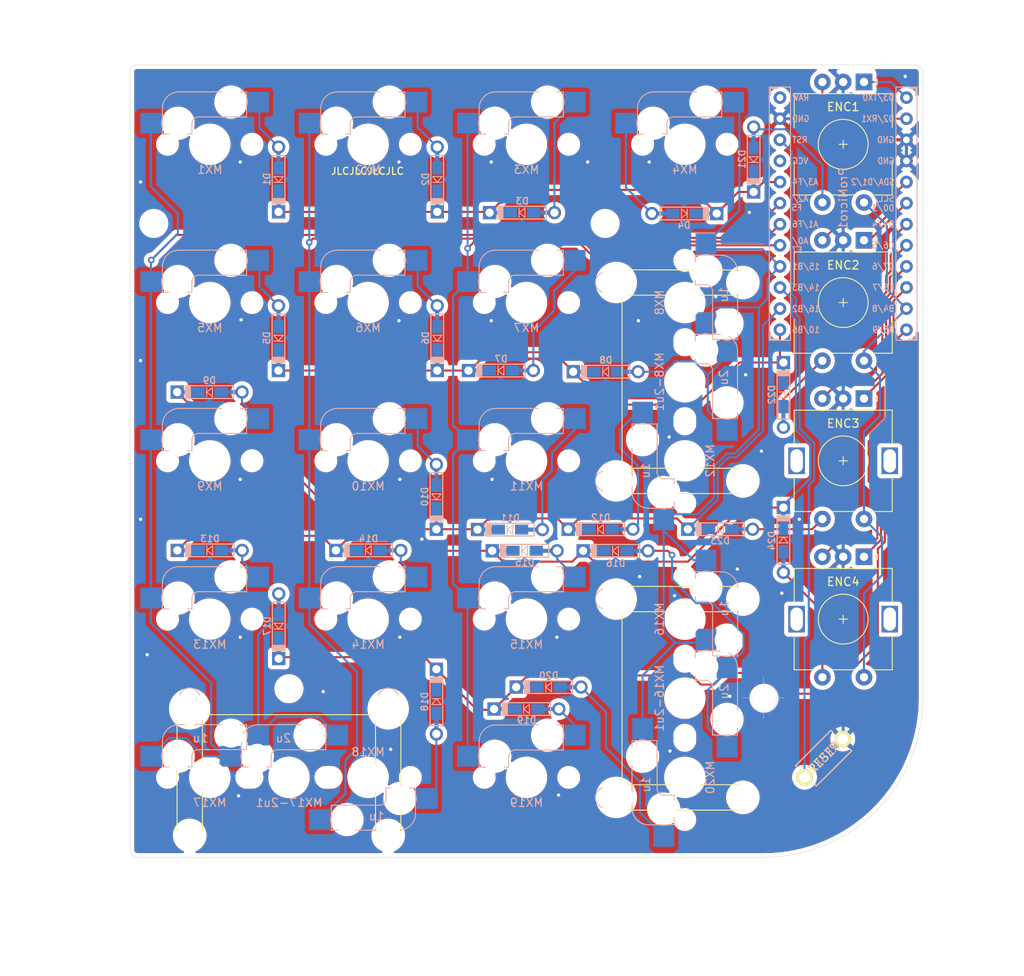
<source format=kicad_pcb>
(kicad_pcb (version 20210925) (generator pcbnew)
  (layers (0 "F.Cu" signal) (31 "B.Cu" signal) (34 "B.Paste" user) (35 "F.Paste" user) (36 "B.SilkS" user "B.Silkscreen") (37 "F.SilkS" user "F.Silkscreen") (38 "B.Mask" user) (39 "F.Mask" user) (44 "Edge.Cuts" user))
  (net 0 "")
  (net 1 "row1")
  (net 2 "Net-(D1-Pad2)")
  (net 3 "Net-(D2-Pad2)")
  (net 4 "Net-(D3-Pad2)")
  (net 5 "Net-(D4-Pad2)")
  (net 6 "row2")
  (net 7 "Net-(D5-Pad2)")
  (net 8 "Net-(D6-Pad2)")
  (net 9 "Net-(D7-Pad2)")
  (net 10 "Net-(D8-Pad2)")
  (net 11 "row3")
  (net 12 "Net-(D9-Pad2)")
  (net 13 "Net-(D10-Pad2)")
  (net 14 "Net-(D11-Pad2)")
  (net 15 "Net-(D12-Pad2)")
  (net 16 "row4")
  (net 17 "Net-(D13-Pad2)")
  (net 18 "Net-(D14-Pad2)")
  (net 19 "Net-(D15-Pad2)")
  (net 20 "Net-(D16-Pad2)")
  (net 21 "Net-(D17-Pad2)")
  (net 22 "Net-(D18-Pad2)")
  (net 23 "Net-(D19-Pad2)")
  (net 24 "Net-(D20-Pad2)")
  (net 25 "row0")
  (net 26 "Net-(D21-Pad2)")
  (net 27 "Net-(D22-Pad2)")
  (net 28 "Net-(D23-Pad2)")
  (net 29 "Net-(D24-Pad2)")
  (net 30 "enc1A")
  (net 31 "GND")
  (net 32 "enc1B")
  (net 33 "col0")
  (net 34 "enc2B")
  (net 35 "enc2A")
  (net 36 "col1")
  (net 37 "enc3B")
  (net 38 "enc3A")
  (net 39 "col2")
  (net 40 "enc4B")
  (net 41 "enc4A")
  (net 42 "col3")
  (net 43 "reset")
  (net 45 "vcc")
  (net 46 "col4")
  (footprint "Envoy:Diode-Hybrid-Back" (layer "F.Cu") (at 117.8635 69.3 -90)
    (fp_text reference "D1")
    (fp_text value "D_Small" hide)
  )
  (footprint "Envoy:Diode-Hybrid-Back" (layer "F.Cu") (at 136.951 69.3 -90)
    (fp_text reference "D2")
    (fp_text value "D_Small" hide)
  )
  (footprint "Envoy:Diode-Hybrid-Back" (layer "F.Cu") (at 147.151 73.3 180)
    (fp_text reference "D3")
    (fp_text value "D_Small" hide)
  )
  (footprint "Envoy:Diode-Hybrid-Back" (layer "F.Cu") (at 166.675 73.4)
    (fp_text reference "D4")
    (fp_text value "D_Small" hide)
  )
  (footprint "Envoy:Diode-Hybrid-Back" (layer "F.Cu") (at 117.851 88.4 -90)
    (fp_text reference "D5")
    (fp_text value "D_Small" hide)
  )
  (footprint "Envoy:Diode-Hybrid-Back" (layer "F.Cu") (at 136.951 88.4 -90)
    (fp_text reference "D6")
    (fp_text value "D_Small" hide)
  )
  (footprint "Envoy:Diode-Hybrid-Back" (layer "F.Cu") (at 144.6135 92.3 180)
    (fp_text reference "D7")
    (fp_text value "D_Small" hide)
  )
  (footprint "Envoy:Diode-Hybrid-Back" (layer "F.Cu") (at 157.2135 92.44375 180)
    (fp_text reference "D8")
    (fp_text value "D_Small" hide)
  )
  (footprint "Envoy:Diode-Hybrid-Back" (layer "F.Cu") (at 109.5635 94.89375 180)
    (fp_text reference "D9")
    (fp_text value "D_Small" hide)
  )
  (footprint "Envoy:Diode-Hybrid-Back" (layer "F.Cu") (at 136.851 107.5 -90)
    (fp_text reference "D10")
    (fp_text value "D_Small" hide)
  )
  (footprint "Envoy:Diode-Hybrid-Back" (layer "F.Cu") (at 145.7 111.44375 180)
    (fp_text reference "D11")
    (fp_text value "D_Small" hide)
  )
  (footprint "Envoy:Diode-Hybrid-Back" (layer "F.Cu") (at 156.6 111.4 180)
    (fp_text reference "D12")
    (fp_text value "D_Small" hide)
  )
  (footprint "Envoy:Diode-Hybrid-Back" (layer "F.Cu") (at 147.4635 113.99375 180)
    (fp_text reference "D15")
    (fp_text value "D_Small" hide)
  )
  (footprint "Envoy:Diode-Hybrid-Back" (layer "F.Cu") (at 117.881 123.07 -90)
    (fp_text reference "D17")
    (fp_text value "D_Small" hide)
  )
  (footprint "Envoy:Diode-Hybrid-Back" (layer "F.Cu") (at 136.851 132.15 90)
    (fp_text reference "D18")
    (fp_text value "D_Small" hide)
  )
  (footprint "Envoy:Diode-Hybrid-Back" (layer "F.Cu") (at 178.6 95.23125 90)
    (fp_text reference "D22")
    (fp_text value "D_Small" hide)
  )
  (footprint "Keebio_parts:RotaryEncoder_EC11" (layer "F.Cu") (at 185.7885 103.16875 -90)
    (fp_text reference "ENC3")
    (fp_text value "Rotary_Encoder_Switch")
  )
  (footprint "Envoy:MXOnly-1U-Hotswap" (layer "F.Cu") (at 109.5885 65.06875)
    (fp_text reference "MX1")
    (fp_text value "MX-NoLED")
  )
  (footprint "Envoy:MXOnly-1U-Hotswap" (layer "F.Cu") (at 128.6385 65.06875)
    (fp_text reference "MX2")
    (fp_text value "MX-NoLED")
  )
  (footprint "Envoy:MXOnly-1U-Hotswap" (layer "F.Cu") (at 147.6885 65.06875)
    (fp_text reference "MX3")
    (fp_text value "MX-NoLED")
  )
  (footprint "Envoy:MXOnly-1U-HotswapReversed" (layer "F.Cu") (at 166.7385 65.06875)
    (fp_text reference "MX4")
    (fp_text value "MX-NoLED")
  )
  (footprint "Envoy:MXOnly-1U-Hotswap" (layer "F.Cu") (at 109.5885 84.11875)
    (fp_text reference "MX5")
    (fp_text value "MX-NoLED")
  )
  (footprint "Envoy:MXOnly-1U-Hotswap" (layer "F.Cu") (at 147.6885 84.11875)
    (fp_text reference "MX7")
    (fp_text value "MX-NoLED")
  )
  (footprint "Envoy:MXOnly-1U-Hotswap-2KeyAlternativeLeft" (layer "F.Cu") (at 166.7385 84.11875 -90)
    (fp_text reference "MX8")
    (fp_text value "MX-NoLED")
  )
  (footprint "Envoy:MXOnly-1U-Hotswap" (layer "F.Cu") (at 109.5885 103.16875)
    (fp_text reference "MX9")
    (fp_text value "MX-NoLED")
  )
  (footprint "Envoy:MXOnly-1U-Hotswap" (layer "F.Cu") (at 128.6385 103.16875)
    (fp_text reference "MX10")
    (fp_text value "MX-NoLED")
  )
  (footprint "Envoy:MXOnly-1U-Hotswap" (layer "F.Cu") (at 147.6885 103.16875)
    (fp_text reference "MX11")
    (fp_text value "MX-NoLED")
  )
  (footprint "Envoy:MXOnly-1U-Hotswap-2KeyAlternativeLeft" (layer "F.Cu") (at 166.7385 103.16875 90)
    (fp_text reference "MX12")
    (fp_text value "MX-NoLED")
  )
  (footprint "Envoy:MXOnly-1U-Hotswap" (layer "F.Cu") (at 109.5885 122.21875)
    (fp_text reference "MX13")
    (fp_text value "MX-NoLED")
  )
  (footprint "Envoy:MXOnly-1U-Hotswap" (layer "F.Cu") (at 147.6885 122.21875)
    (fp_text reference "MX15")
    (fp_text value "MX-NoLED")
  )
  (footprint "Envoy:MXOnly-1U-Hotswap-2KeyAlternativeLeft" (layer "F.Cu") (at 166.7385 122.21875 -90)
    (fp_text reference "MX16")
    (fp_text value "MX-NoLED")
  )
  (footprint "Envoy:MXOnly-1U-Hotswap-2KeyAlternativeLeft" (layer "F.Cu") (at 109.5885 141.26875)
    (fp_text reference "MX17")
    (fp_text value "MX-NoLED")
  )
  (footprint "Envoy:MXOnly-1U-HotswapReversed-2KeyAlternativeLeft" (layer "F.Cu") (at 128.6385 141.26875 180)
    (fp_text reference "MX18")
    (fp_text value "MX-NoLED")
  )
  (footprint "Envoy:MXOnly-1U-HotswapReversed-2KeyAlternativeLeft" (layer "F.Cu") (at 166.7385 141.26875 90)
    (fp_text reference "MX20")
    (fp_text value "MX-NoLED")
  )
  (footprint "Envoy:MXOnly-1U-Hotswap" (layer "F.Cu") (at 147.6885 141.26875)
    (fp_text reference "MX19")
    (fp_text value "MX-NoLED")
  )
  (footprint "Envoy:MXOnly-2U-Hotswap-2KeyAlternative" (layer "F.Cu") (at 166.7385 131.74375 -90)
    (fp_text reference "MX16-2u1")
    (fp_text value "MX-NoLED")
  )
  (footprint "Envoy:MXOnly-2U-Hotswap-ReversedStabilizers-Alternative" (layer "F.Cu") (at 119.1135 141.26875)
    (fp_text reference "MX17-2u1")
    (fp_text value "MX-NoLED")
  )
  (footprint "Envoy:MXOnly-2U-Hotswap-2KeyAlternative" (layer "F.Cu") (at 166.7385 93.64375 -90)
    (fp_text reference "MX8-2u1")
    (fp_text value "MX-NoLED")
  )
  (footprint "Envoy:MXOnly-1U-Hotswap" (layer "F.Cu") (at 128.6385 84.11875)
    (fp_text reference "MX6")
    (fp_text value "MX-NoLED")
  )
  (footprint "Envoy:Diode-Hybrid-Back" (layer "F.Cu") (at 109.5885 113.94375 180)
    (fp_text reference "D13")
    (fp_text value "D_Small" hide)
  )
  (footprint "Envoy:MXOnly-1U-Hotswap" (layer "F.Cu") (at 128.6385 122.21875)
    (fp_text reference "MX14")
    (fp_text value "MX-NoLED")
  )
  (footprint "Envoy:Diode-Hybrid-Back" (layer "F.Cu") (at 178.6 112.7 90)
    (fp_text reference "D24")
    (fp_text value "D_Small" hide)
  )
  (footprint "Keebio_parts:RotaryEncoder_EC11" (layer "F.Cu") (at 185.7885 122.21875 -90)
    (fp_text reference "ENC4")
    (fp_text value "Rotary_Encoder_Switch")
  )
  (footprint "Envoy:Diode-Hybrid-Back" (layer "F.Cu") (at 175.0135 66.9 -90)
    (fp_text reference "D21")
    (fp_text value "D_Small" hide)
  )
  (footprint "Envoy:Diode-Hybrid-Back" (layer "F.Cu") (at 171 111.4 180)
    (fp_text reference "D23")
    (fp_text value "D_Small" hide)
  )
  (footprint "kbd:ResetSW" (layer "F.Cu") (at 183.439 138.951 45)
    (fp_text reference "RESET1" hide)
    (fp_text value "SW_PUSH")
  )
  (footprint "Envoy:Diode-Hybrid-Back" (layer "F.Cu") (at 128.6635 113.94375 180)
    (fp_text reference "D14")
    (fp_text value "D_Small" hide)
  )
  (footprint "Envoy:ProMicro_v3" (layer "F.Cu") (at 185.7885 73.927)
    (fp_text reference "ProMicro1")
    (fp_text value "ProMicro" hide)
  )
  (footprint "Keebio-Parts:RotaryEncoder_EC11-no-legs" (layer "F.Cu") (at 185.7885 65.06875 -90)
    (fp_text reference "ENC1")
    (fp_text value "Rotary_Encoder_Switch")
  )
  (footprint "MountingHole:MountingHole_2.5mm" (layer "F.Cu") (at 102.851 74.59375)
    (fp_text reference "H1" hide)
    (fp_text value "MountingHole")
  )
  (footprint "MountingHole:MountingHole_2.5mm" (layer "F.Cu") (at 157.15 74.59375)
    (fp_text reference "H2" hide)
    (fp_text value "MountingHole")
  )
  (footprint "MountingHole:MountingHole_2.5mm" (layer "F.Cu") (at 119.1135 130.6)
    (fp_text reference "H3" hide)
    (fp_text value "MountingHole")
  )
  (footprint "MountingHole:MountingHole_2.5mm" (layer "F.Cu") (at 176.2635 131.74375)
    (fp_text reference "H4" hide)
    (fp_text value "MountingHole")
  )
  (footprint "Envoy:Diode-Hybrid-Back" (layer "F.Cu") (at 150.351 130.4 180)
    (fp_text reference "D20")
    (fp_text value "D_Small" hide)
  )
  (footprint "Envoy:Diode-Hybrid-Back" (layer "F.Cu") (at 147.6885 133.04375 180)
    (fp_text reference "D19")
    (fp_text value "D_Small" hide)
  )
  (footprint "Envoy:Diode-Hybrid-Back" (layer "F.Cu") (at 158.4 114 180)
    (fp_text reference "D16")
    (fp_text value "D_Small" hide)
  )
  (footprint "Keebio-Parts:RotaryEncoder_EC11-no-legs" (layer "F.Cu") (at 185.7885 84.11875 -90)
    (fp_text reference "ENC2")
    (fp_text value "Rotary_Encoder_Switch")
  )
  (gr_line (start 195.377 56.401) (end 195.377 131.712) (layer "Edge.Cuts") (width 0.05))
  (gr_line (start 176.2 150.889) (end 100.889 150.889) (layer "Edge.Cuts") (width 0.05))
  (gr_line (start 100 150) (end 100 56.274) (layer "Edge.Cuts") (width 0.05))
  (gr_line (start 100.762 55.512) (end 194.488 55.512) (layer "Edge.Cuts") (width 0.05))
  (gr_arc (start 100.762 56.274) (end 100.762 55.512) (angle -90) (layer "Edge.Cuts") (width 0.05))
  (gr_arc (start 176.2 131.712) (end 176.2 150.889) (angle -90) (layer "Edge.Cuts") (width 0.05))
  (gr_arc (start 194.488 56.401) (end 195.377 56.401) (angle -90) (layer "Edge.Cuts") (width 0.05))
  (gr_arc (start 100.889 150) (end 100 150) (angle -90) (layer "Edge.Cuts") (width 0.05))
  (gr_text "1u" (at 171.4635 120.94375 90) (layer "B.SilkS") (effects (font (size 1 1)) (justify mirror)))
  (gr_text "D0/3" (at 191.9999 72.751) (layer "B.SilkS") (effects (font (size 0.75 0.67) (thickness 0.125)) (justify left mirror)))
  (gr_text "2u" (at 118.4635 136.54375) (layer "B.SilkS") (effects (font (size 1 1)) (justify mirror)))
  (gr_text "F5" (at 179.5221 72.7) (layer "B.SilkS") (effects (font (size 0.75 0.67) (thickness 0.125)) (justify right mirror)))
  (gr_text "1u" (at 162.0635 142.14375 90) (layer "B.SilkS") (effects (font (size 1 1)) (justify mirror)))
  (gr_text "1u" (at 162.0135 104.34375 90) (layer "B.SilkS") (effects (font (size 1 1)) (justify mirror)))
  (gr_text "1u" (at 129.6635 145.94375) (layer "B.SilkS") (effects (font (size 1 1)) (justify mirror)))
  (gr_text "2u" (at 171.4635 130.94375 90) (layer "B.SilkS") (effects (font (size 1 1)) (justify mirror)))
  (gr_text "2u" (at 171.4135 93.14375 90) (layer "B.SilkS") (effects (font (size 1 1)) (justify mirror)))
  (gr_text "1u" (at 108.4635 136.54375) (layer "B.SilkS") (effects (font (size 1 1)) (justify mirror)))
  (gr_text "1u" (at 171.4135 83.14375 90) (layer "B.SilkS") (effects (font (size 1 1)) (justify mirror)))
  (gr_text "F7" (at 179.5799 77.8) (layer "B.SilkS") (effects (font (size 0.75 0.67) (thickness 0.125)) (justify right mirror)))
  (gr_text "JLCJLCJLCJLC" (at 128.551 68.3) (layer "F.SilkS") (effects (font (size 0.85 0.85))))
  (target plus (at 176.2 131.712) (size 5) (width 0.05) (layer "Edge.Cuts"))
  (segment (start 168.251 96.4) (end 173.31975 91.33125) (width 0.25) (layer "F.Cu") (net 1))
  (segment (start 136.951 92.3) (end 140.7135 92.3) (width 0.25) (layer "F.Cu") (net 1))
  (segment (start 178.6 91.33125) (end 178.1799 90.91115) (width 0.25) (layer "F.Cu") (net 1))
  (segment (start 173.31975 91.33125) (end 178.6 91.33125) (width 0.25) (layer "F.Cu") (net 1))
  (segment (start 140.85725 92.3) (end 143.05725 90.1) (width 0.25) (layer "F.Cu") (net 1))
  (segment (start 117.851 92.3) (end 136.951 92.3) (width 0.25) (layer "F.Cu") (net 1))
  (segment (start 157.26975 96.4) (end 168.251 96.4) (width 0.25) (layer "F.Cu") (net 1))
  (segment (start 143.05725 90.1) (end 150.96975 90.1) (width 0.25) (layer "F.Cu") (net 1))
  (segment (start 153.3135 92.44375) (end 157.26975 96.4) (width 0.25) (layer "F.Cu") (net 1))
  (segment (start 178.1799 90.91115) (end 178.1799 87.389) (width 0.25) (layer "F.Cu") (net 1))
  (segment (start 140.7135 92.3) (end 140.85725 92.3) (width 0.25) (layer "F.Cu") (net 1))
  (segment (start 150.96975 90.1) (end 153.3135 92.44375) (width 0.25) (layer "F.Cu") (net 1))
  (segment (start 115.55225 59.98875) (end 115.55225 63.08875) (width 0.25) (layer "B.Cu") (net 2))
  (segment (start 115.55225 63.08875) (end 117.8635 65.4) (width 0.25) (layer "B.Cu") (net 2))
  (segment (start 134.60225 59.98875) (end 134.60225 63.05125) (width 0.25) (layer "B.Cu") (net 3))
  (segment (start 134.60225 63.05125) (end 136.951 65.4) (width 0.25) (layer "B.Cu") (net 3))
  (segment (start 153.5305 59.98875) (end 151.051 62.46825) (width 0.25) (layer "B.Cu") (net 4))
  (segment (start 151.051 62.46825) (end 151.051 73.3) (width 0.25) (layer "B.Cu") (net 4))
  (segment (start 159.651 70.21125) (end 159.651 70.276) (width 0.25) (layer "B.Cu") (net 5))
  (segment (start 159.6535 62.52875) (end 159.6535 70.20875) (width 0.25) (layer "B.Cu") (net 5))
  (segment (start 159.651 70.276) (end 162.775 73.4) (width 0.25) (layer "B.Cu") (net 5))
  (segment (start 159.6535 70.20875) (end 159.651 70.21125) (width 0.25) (layer "B.Cu") (net 5))
  (segment (start 151.4 110.1) (end 143.14375 110.1) (width 0.25) (layer "F.Cu") (net 6))
  (segment (start 152.7 111.4) (end 154 110.1) (width 0.25) (layer "F.Cu") (net 6))
  (segment (start 111.9635 101.19375) (end 116.24475 101.19375) (width 0.25) (layer "F.Cu") (net 6))
  (segment (start 143.14375 110.1) (end 141.8 111.44375) (width 0.25) (layer "F.Cu") (net 6))
  (segment (start 152.7 111.4) (end 151.4 110.1) (width 0.25) (layer "F.Cu") (net 6))
  (segment (start 165.8 110.1) (end 167.1 111.4) (width 0.25) (layer "F.Cu") (net 6))
  (segment (start 154 110.1) (end 165.8 110.1) (width 0.25) (layer "F.Cu") (net 6))
  (segment (start 141.8 111.44375) (end 141.75625 111.4) (width 0.25) (layer "F.Cu") (net 6))
  (segment (start 105.6635 94.89375) (end 111.9635 101.19375) (width 0.25) (layer "F.Cu") (net 6))
  (segment (start 126.451 111.4) (end 136.851 111.4) (width 0.25) (layer "F.Cu") (net 6))
  (segment (start 116.24475 101.19375) (end 126.451 111.4) (width 0.25) (layer "F.Cu") (net 6))
  (segment (start 141.75625 111.4) (end 136.851 111.4) (width 0.25) (layer "F.Cu") (net 6))
  (segment (start 170.7 107.8) (end 167.1 111.4) (width 0.25) (layer "B.Cu") (net 6))
  (segment (start 178.1799 84.849) (end 176.126489 86.902411) (width 0.25) (layer "B.Cu") (net 6))
  (segment (start 171.986198 102.74952) (end 170.7 104.035718) (width 0.25) (layer "B.Cu") (net 6))
  (segment (start 176.126489 86.902411) (end 176.126489 99.560228) (width 0.25) (layer "B.Cu") (net 6))
  (segment (start 172.937197 102.74952) (end 171.986198 102.74952) (width 0.25) (layer "B.Cu") (net 6))
  (segment (start 170.7 104.035718) (end 170.7 107.8) (width 0.25) (layer "B.Cu") (net 6))
  (segment (start 176.126489 99.560228) (end 172.937197 102.74952) (width 0.25) (layer "B.Cu") (net 6))
  (segment (start 115.55225 82.20125) (end 117.851 84.5) (width 0.25) (layer "B.Cu") (net 7))
  (segment (start 115.55225 79.03875) (end 115.55225 82.20125) (width 0.25) (layer "B.Cu") (net 7))
  (segment (start 134.60225 82.15125) (end 136.951 84.5) (width 0.25) (layer "B.Cu") (net 8))
  (segment (start 134.60225 79.03875) (end 134.60225 82.15125) (width 0.25) (layer "B.Cu") (net 8))
  (segment (start 151.0135 85.0865) (end 148.5135 87.5865) (width 0.25) (layer "B.Cu") (net 9))
  (segment (start 148.5135 87.5865) (end 148.5135 92.3) (width 0.25) (layer "B.Cu") (net 9))
  (segment (start 151.0135 82.7305) (end 151.0135 85.0865) (width 0.25) (layer "B.Cu") (net 9))
  (segment (start 153.5305 79.03875) (end 153.5305 80.2135) (width 0.25) (layer "B.Cu") (net 9))
  (segment (start 153.5305 80.2135) (end 151.0135 82.7305) (width 0.25) (layer "B.Cu") (net 9))
  (segment (start 164.3635 92.44375) (end 165.6135 91.19375) (width 0.25) (layer "B.Cu") (net 10))
  (segment (start 165.6135 91.19375) (end 167.8635 91.19375) (width 0.25) (layer "B.Cu") (net 10))
  (segment (start 169.501 92.83125) (end 169.501 97.16825) (width 0.25) (layer "B.Cu") (net 10))
  (segment (start 167.8635 91.19375) (end 169.501 92.83125) (width 0.25) (layer "B.Cu") (net 10))
  (segment (start 169.501 97.16825) (end 171.8185 99.48575) (width 0.25) (layer "B.Cu") (net 10))
  (segment (start 161.1135 92.44375) (end 164.3635 92.44375) (width 0.25) (layer "B.Cu") (net 10))
  (segment (start 171.8185 90.51375) (end 169.501 92.83125) (width 0.25) (layer "B.Cu") (net 10))
  (segment (start 171.8185 89.96075) (end 171.8185 90.51375) (width 0.25) (layer "B.Cu") (net 10))
  (segment (start 173.6 108.8) (end 178.6 108.8) (width 0.25) (layer "F.Cu") (net 11))
  (segment (start 124.7635 113.94375) (end 126.45725 112.25) (width 0.25) (layer "F.Cu") (net 11))
  (segment (start 154.5 114) (end 155.8 115.3) (width 0.25) (layer "F.Cu") (net 11))
  (segment (start 143.5635 113.99375) (end 144.86975 115.3) (width 0.25) (layer "F.Cu") (net 11))
  (segment (start 123.0135 112.19375) (end 124.7635 113.94375) (width 0.25) (layer "F.Cu") (net 11))
  (segment (start 153.2 115.3) (end 154.5 114) (width 0.25) (layer "F.Cu") (net 11))
  (segment (start 132.901 112.25) (end 134.64475 113.99375) (width 0.25) (layer "F.Cu") (net 11))
  (segment (start 134.64475 113.99375) (end 143.5635 113.99375) (width 0.25) (layer "F.Cu") (net 11))
  (segment (start 155.8 115.3) (end 167.1 115.3) (width 0.25) (layer "F.Cu") (net 11))
  (segment (start 126.45725 112.25) (end 132.901 112.25) (width 0.25) (layer "F.Cu") (net 11))
  (segment (start 167.1 115.3) (end 173.6 108.8) (width 0.25) (layer "F.Cu") (net 11))
  (segment (start 144.86975 115.3) (end 153.2 115.3) (width 0.25) (layer "F.Cu") (net 11))
  (segment (start 107.4385 112.19375) (end 123.0135 112.19375) (width 0.25) (layer "F.Cu") (net 11))
  (segment (start 105.6885 113.94375) (end 107.4385 112.19375) (width 0.25) (layer "F.Cu") (net 11))
  (segment (start 179.651 83.7801) (end 178.1799 82.309) (width 0.25) (layer "B.Cu") (net 11))
  (segment (start 178.6 108.8) (end 178.6 108.5) (width 0.25) (layer "B.Cu") (net 11))
  (segment (start 181.851 101.210719) (end 180.10052 99.460238) (width 0.25) (layer "B.Cu") (net 11))
  (segment (start 178.6 108.5) (end 181.851 105.249) (width 0.25) (layer "B.Cu") (net 11))
  (segment (start 179.651 85.751) (end 179.651 83.7801) (width 0.25) (layer "B.Cu") (net 11))
  (segment (start 181.851 105.249) (end 181.851 101.210719) (width 0.25) (layer "B.Cu") (net 11))
  (segment (start 180.10052 86.20052) (end 179.651 85.751) (width 0.25) (layer "B.Cu") (net 11))
  (segment (start 180.10052 99.460238) (end 180.10052 86.20052) (width 0.25) (layer "B.Cu") (net 11))
  (segment (start 113.4635 96.12175) (end 113.4635 94.89375) (width 0.25) (layer "B.Cu") (net 12))
  (segment (start 115.4305 98.08875) (end 113.4635 96.12175) (width 0.25) (layer "B.Cu") (net 12))
  (segment (start 134.60225 101.35125) (end 136.851 103.6) (width 0.25) (layer "B.Cu") (net 13))
  (segment (start 134.60225 98.08875) (end 134.60225 101.35125) (width 0.25) (layer "B.Cu") (net 13))
  (segment (start 150.751 102.17) (end 150.751 104.349) (width 0.25) (layer "B.Cu") (net 14))
  (segment (start 149.6 105.5) (end 149.6 111.44375) (width 0.25) (layer "B.Cu") (net 14))
  (segment (start 153.5305 98.08875) (end 153.5305 99.3905) (width 0.25) (layer "B.Cu") (net 14))
  (segment (start 153.5305 99.3905) (end 150.751 102.17) (width 0.25) (layer "B.Cu") (net 14))
  (segment (start 150.751 104.349) (end 149.6 105.5) (width 0.25) (layer "B.Cu") (net 14))
  (segment (start 161.1135 103.8075) (end 161.1135 110.7865) (width 0.25) (layer "B.Cu") (net 15))
  (segment (start 161.02425 97.32675) (end 158.951 99.4) (width 0.25) (layer "B.Cu") (net 15))
  (segment (start 161.1135 110.7865) (end 160.5 111.4) (width 0.25) (layer "B.Cu") (net 15))
  (segment (start 158.951 101.645) (end 161.1135 103.8075) (width 0.25) (layer "B.Cu") (net 15))
  (segment (start 158.951 99.4) (end 158.951 101.645) (width 0.25) (layer "B.Cu") (net 15))
  (segment (start 168.651 130.1) (end 170.251 130.1) (width 0.25) (layer "F.Cu") (net 16))
  (segment (start 136.851 128.25) (end 141.74475 133.14375) (width 0.25) (layer "F.Cu") (net 16))
  (segment (start 183.951 131.2) (end 189.951 125.2) (width 0.25) (layer "F.Cu") (net 16))
  (segment (start 141.74475 133.14375) (end 143.6885 133.14375) (width 0.25) (layer "F.Cu") (net 16))
  (segment (start 135.401 126.8) (end 136.851 128.25) (width 0.25) (layer "F.Cu") (net 16))
  (segment (start 118.051 126.8) (end 135.401 126.8) (width 0.25) (layer "F.Cu") (net 16))
  (segment (start 190.801 112.92) (end 190.801 106.3) (width 0.25) (layer "F.Cu") (net 16))
  (segment (start 171.651 128.7) (end 177.451 128.7) (width 0.25) (layer "F.Cu") (net 16))
  (segment (start 189.951 125.2) (end 189.951 113.77) (width 0.25) (layer "F.Cu") (net 16))
  (segment (start 167.551 129) (end 168.651 130.1) (width 0.25) (layer "F.Cu") (net 16))
  (segment (start 170.251 130.1) (end 171.651 128.7) (width 0.25) (layer "F.Cu") (net 16))
  (segment (start 189.951 113.77) (end 190.801 112.92) (width 0.25) (layer "F.Cu") (net 16))
  (segment (start 177.451 128.7) (end 179.951 131.2) (width 0.25) (layer "F.Cu") (net 16))
  (segment (start 189.751 101.2) (end 192.30052 98.650479) (width 0.25) (layer "F.Cu") (net 16))
  (segment (start 189.751 105.25) (end 189.751 101.2) (width 0.25) (layer "F.Cu") (net 16))
  (segment (start 143.6885 133.14375) (end 143.7885 133.04375) (width 0.25) (layer "F.Cu") (net 16))
  (segment (start 192.30052 88.48838) (end 193.3999 87.389) (width 0.25) (layer "F.Cu") (net 16))
  (segment (start 179.951 131.2) (end 183.951 131.2) (width 0.25) (layer "F.Cu") (net 16))
  (segment (start 143.7885 133.04375) (end 147.83225 129) (width 0.25) (layer "F.Cu") (net 16))
  (segment (start 147.83225 129) (end 167.551 129) (width 0.25) (layer "F.Cu") (net 16))
  (segment (start 117.881 126.97) (end 118.051 126.8) (width 0.25) (layer "F.Cu") (net 16))
  (segment (start 192.30052 98.650479) (end 192.30052 88.48838) (width 0.25) (layer "F.Cu") (net 16))
  (segment (start 190.801 106.3) (end 189.751 105.25) (width 0.25) (layer "F.Cu") (net 16))
  (segment (start 115.4305 117.13875) (end 113.4885 115.19675) (width 0.25) (layer "B.Cu") (net 17))
  (segment (start 113.4885 115.19675) (end 113.4885 113.94375) (width 0.25) (layer "B.Cu") (net 17))
  (segment (start 134.4805 117.13875) (end 132.5635 115.22175) (width 0.25) (layer "B.Cu") (net 18))
  (segment (start 132.5635 115.22175) (end 132.5635 113.94375) (width 0.25) (layer "B.Cu") (net 18))
  (segment (start 153.5305 117.13875) (end 151.3635 114.97175) (width 0.25) (layer "B.Cu") (net 19))
  (segment (start 151.3635 114.97175) (end 151.3635 113.99375) (width 0.25) (layer "B.Cu") (net 19))
  (segment (start 165.2 114.5) (end 164.7 114) (width 0.25) (layer "F.Cu") (net 20))
  (segment (start 164.7 114) (end 162.3 114) (width 0.25) (layer "F.Cu") (net 20))
  (via (at 165.2 114.5) (size 0.8) (drill 0.4) (layers "F.Cu" "B.Cu") (net 20))
  (segment (start 170.1 120.3) (end 173.8 124) (width 0.25) (layer "B.Cu") (net 20))
  (segment (start 168.1 120.3) (end 170.1 120.3) (width 0.25) (layer "B.Cu") (net 20))
  (segment (start 173.8 126.07925) (end 171.8185 128.06075) (width 0.25) (layer "B.Cu") (net 20))
  (segment (start 165.2 114.5) (end 165.2 117.4) (width 0.25) (layer "B.Cu") (net 20))
  (segment (start 169.4885 135.25575) (end 169.4885 130.7625) (width 0.25) (layer "B.Cu") (net 20))
  (segment (start 169.4885 130.7625) (end 171.8185 128.4325) (width 0.25) (layer "B.Cu") (net 20))
  (segment (start 171.8185 128.4325) (end 171.8185 128.06075) (width 0.25) (layer "B.Cu") (net 20))
  (segment (start 171.8185 137.58575) (end 169.4885 135.25575) (width 0.25) (layer "B.Cu") (net 20))
  (segment (start 173.8 124) (end 173.8 126.07925) (width 0.25) (layer "B.Cu") (net 20))
  (segment (start 165.2 117.4) (end 168.1 120.3) (width 0.25) (layer "B.Cu") (net 20))
  (segment (start 117.781 121.67) (end 117.881 121.67) (width 0.25) (layer "B.Cu") (net 21))
  (segment (start 115.4305 136.18875) (end 115.4305 124.0205) (width 0.25) (layer "B.Cu") (net 21))
  (segment (start 122.76675 134) (end 124.9555 136.18875) (width 0.25) (layer "B.Cu") (net 21))
  (segment (start 117.61925 134) (end 122.76675 134) (width 0.25) (layer "B.Cu") (net 21))
  (segment (start 115.4305 136.18875) (end 117.61925 134) (width 0.25) (layer "B.Cu") (net 21))
  (segment (start 115.4305 124.0205) (end 117.781 121.67) (width 0.25) (layer "B.Cu") (net 21))
  (segment (start 136.851 142.68125) (end 136.851 136.05) (width 0.25) (layer "B.Cu") (net 22))
  (segment (start 135.7235 143.80875) (end 136.851 142.68125) (width 0.25) (layer "B.Cu") (net 22))
  (segment (start 153.5305 134.98575) (end 151.5885 133.04375) (width 0.25) (layer "B.Cu") (net 23))
  (segment (start 153.5305 136.18875) (end 153.5305 134.98575) (width 0.25) (layer "B.Cu") (net 23))
  (segment (start 161.341 141.79) (end 157.251 137.7) (width 0.25) (layer "B.Cu") (net 24))
  (segment (start 157.251 133.4) (end 154.251 130.4) (width 0.25) (layer "B.Cu") (net 24))
  (segment (start 157.251 137.7) (end 157.251 133.4) (width 0.25) (layer "B.Cu") (net 24))
  (segment (start 164.1985 148.35375) (end 161.341 145.49625) (width 0.25) (layer "B.Cu") (net 24))
  (segment (start 161.341 145.49625) (end 161.341 141.79) (width 0.25) (layer "B.Cu") (net 24))
  (segment (start 175.0135 70.8) (end 176.2045 69.609) (width 0.25) (layer "F.Cu") (net 25))
  (segment (start 136.951 73.2) (end 143.351 73.2) (width 0.25) (layer "F.Cu") (net 25))
  (segment (start 167.73125 70.55625) (end 170.575 73.4) (width 0.25) (layer "F.Cu") (net 25))
  (segment (start 176.2045 69.609) (end 178.1799 69.609) (width 0.25) (layer "F.Cu") (net 25))
  (segment (start 173.175 70.8) (end 175.0135 70.8) (width 0.25) (layer "F.Cu") (net 25))
  (segment (start 170.575 73.4) (end 173.175 70.8) (width 0.25) (layer "F.Cu") (net 25))
  (segment (start 117.8635 73.2) (end 136.951 73.2) (width 0.25) (layer "F.Cu") (net 25))
  (segment (start 145.99475 70.55625) (end 167.73125 70.55625) (width 0.25) (layer "F.Cu") (net 25))
  (segment (start 143.351 73.2) (end 145.99475 70.55625) (width 0.25) (layer "F.Cu") (net 25))
  (segment (start 178.994 63.259) (end 175.401 63.259) (width 0.25) (layer "B.Cu") (net 26))
  (segment (start 183.2885 67.5535) (end 178.994 63.259) (width 0.25) (layer "B.Cu") (net 26))
  (segment (start 183.2885 72.06875) (end 183.2885 67.5535) (width 0.25) (layer "B.Cu") (net 26))
  (segment (start 183.23225 91.11875) (end 178.6 95.751) (width 0.25) (layer "F.Cu") (net 27))
  (segment (start 178.6 95.751) (end 178.6 98.93125) (width 0.25) (layer "F.Cu") (net 27))
  (segment (start 178.6 98.93125) (end 178.4 99.13125) (width 0.25) (layer "F.Cu") (net 27))
  (segment (start 174.9 111.4) (end 182.05725 111.4) (width 0.25) (layer "F.Cu") (net 28))
  (segment (start 182.05725 111.4) (end 183.2885 110.16875) (width 0.25) (layer "F.Cu") (net 28))
  (segment (start 183.2885 129.21875) (end 183.2885 121.2885) (width 0.25) (layer "F.Cu") (net 29))
  (segment (start 183.2885 121.2885) (end 178.6 116.6) (width 0.25) (layer "F.Cu") (net 29))
  (segment (start 191.51965 57.56875) (end 193.3999 59.449) (width 0.25) (layer "B.Cu") (net 30))
  (segment (start 188.2885 57.56875) (end 191.51965 57.56875) (width 0.25) (layer "B.Cu") (net 30))
  (segment (start 178.1799 61.989) (end 180.7199 64.529) (width 0.38) (layer "F.Cu") (net 31))
  (segment (start 180.7199 64.529) (end 193.3999 64.529) (width 0.38) (layer "F.Cu") (net 31))
  (via (at 113.051 143.5) (size 0.8) (drill 0.4) (layers "F.Cu" "B.Cu") (net 31))
  (via (at 101.251 110.2) (size 0.8) (drill 0.4) (layers "F.Cu" "B.Cu") (net 31))
  (via (at 161.3 117.1) (size 0.8) (drill 0.4) (layers "F.Cu" "B.Cu") (net 31))
  (via (at 164.951 138.1) (size 0.8) (drill 0.4) (layers "F.Cu" "B.Cu") (net 31))
  (via (at 161.151 86.3) (size 0.8) (drill 0.4) (layers "F.Cu" "B.Cu") (net 31))
  (via (at 170.451 83.4) (size 0.8) (drill 0.4) (layers "F.Cu" "B.Cu") (net 31))
  (via (at 113.251 124.4) (size 0.8) (drill 0.4) (layers "F.Cu" "B.Cu") (net 31))
  (via (at 143.551 105.4) (size 0.8) (drill 0.4) (layers "F.Cu" "B.Cu") (net 31))
  (via (at 162.451 67.2) (size 0.8) (drill 0.4) (layers "F.Cu" "B.Cu") (net 31))
  (via (at 123.241 130.95) (size 0.8) (drill 0.4) (layers "F.Cu" "B.Cu") (net 31))
  (via (at 113.351 86.2) (size 0.8) (drill 0.4) (layers "F.Cu" "B.Cu") (net 31))
  (via (at 165.5 119.4) (size 0.8) (drill 0.4) (layers "F.Cu" "B.Cu") (net 31))
  (via (at 131.351 137.9) (size 0.8) (drill 0.4) (layers "F.Cu" "B.Cu") (net 31))
  (via (at 155.051 67.2) (size 0.8) (drill 0.4) (layers "F.Cu" "B.Cu") (net 31))
  (via (at 113.251 67.2) (size 0.8) (drill 0.4) (layers "F.Cu" "B.Cu") (net 31))
  (via (at 143.451 67.2) (size 0.8) (drill 0.4) (layers "F.Cu" "B.Cu") (net 31))
  (via (at 174.051 92.8) (size 0.8) (drill 0.4) (layers "F.Cu" "B.Cu") (net 31))
  (via (at 143.451 86.3) (size 0.8) (drill 0.4) (layers "F.Cu" "B.Cu") (net 31))
  (via (at 193.251 56.9) (size 0.8) (drill 0.4) (layers "F.Cu" "B.Cu") (net 31))
  (via (at 172.151 131.5) (size 0.8) (drill 0.4) (layers "F.Cu" "B.Cu") (net 31))
  (via (at 151.351 124.4) (size 0.8) (drill 0.4) (layers "F.Cu" "B.Cu") (net 31))
  (via (at 132.351 67.2) (size 0.8) (drill 0.4) (layers "F.Cu" "B.Cu") (net 31))
  (via (at 173.051 116.2) (size 0.8) (drill 0.4) (layers "F.Cu" "B.Cu") (net 31))
  (via (at 101.251 91.1) (size 0.8) (drill 0.4) (layers "F.Cu" "B.Cu") (net 31))
  (via (at 101.251 69.6) (size 0.8) (drill 0.4) (layers "F.Cu" "B.Cu") (net 31))
  (via (at 132.451 105.4) (size 0.8) (drill 0.4) (layers "F.Cu" "B.Cu") (net 31))
  (via (at 151.551 143.4) (size 0.8) (drill 0.4) (layers "F.Cu" "B.Cu") (net 31))
  (via (at 180.5 110.2) (size 0.8) (drill 0.4) (layers "F.Cu" "B.Cu") (net 31))
  (via (at 164.851 100.3) (size 0.8) (drill 0.4) (layers "F.Cu" "B.Cu") (net 31))
  (via (at 102.051 126.5) (size 0.8) (drill 0.4) (layers "F.Cu" "B.Cu") (net 31))
  (via (at 174.5 73.274) (size 0.8) (drill 0.4) (layers "F.Cu" "B.Cu") (net 31))
  (via (at 113.251 105.4) (size 0.8) (drill 0.4) (layers "F.Cu" "B.Cu") (net 31))
  (via (at 175.951 102) (size 0.8) (drill 0.4) (layers "F.Cu" "B.Cu") (net 31))
  (via (at 132.351 86.3) (size 0.8) (drill 0.4) (layers "F.Cu" "B.Cu") (net 31))
  (via (at 135.1 112.6) (size 0.8) (drill 0.4) (layers "F.Cu" "B.Cu") (net 31))
  (via (at 178.4 119.1) (size 0.8) (drill 0.4) (layers "F.Cu" "B.Cu") (net 31))
  (via (at 132.451 124.4) (size 0.8) (drill 0.4) (layers "F.Cu" "B.Cu") (net 31))
  (segment (start 185.7885 114.71875) (end 185.7885 136.6015) (width 0.38) (layer "B.Cu") (net 31))
  (segment (start 182.862 61.989) (end 185.7885 59.0625) (width 0.38) (layer "B.Cu") (net 31))
  (segment (start 193.3999 67.069) (end 193.3999 64.529) (width 0.38) (layer "B.Cu") (net 31))
  (segment (start 185.7885 95.66875) (end 185.7885 114.71875) (width 0.38) (layer "B.Cu") (net 31))
  (segment (start 178.1799 61.989) (end 182.862 61.989) (width 0.38) (layer "B.Cu") (net 31))
  (segment (start 185.7885 95.66875) (end 185.7885 57.56875) (width 0.38) (layer "B.Cu") (net 31))
  (segment (start 183.2885 59.1715) (end 186.106 61.989) (width 0.25) (layer "F.Cu") (net 32))
  (segment (start 186.106 61.989) (end 193.3999 61.989) (width 0.25) (layer "F.Cu") (net 32))
  (segment (start 183.2885 57.56875) (end 183.2885 59.1715) (width 0.25) (layer "F.Cu") (net 32))
  (segment (start 159.644041 76.32996) (end 173.99894 76.32996) (width 0.25) (layer "F.Cu") (net 33))
  (segment (start 154.367611 75.97496) (end 155.866651 77.474) (width 0.25) (layer "F.Cu") (net 33))
  (segment (start 102.551 79) (end 105.57604 75.97496) (width 0.25) (layer "F.Cu") (net 33))
  (segment (start 173.99894 76.32996) (end 178.1799 72.149) (width 0.25) (layer "F.Cu") (net 33))
  (segment (start 158.5 77.474) (end 159.644041 76.32996) (width 0.25) (layer "F.Cu") (net 33))
  (segment (start 155.866651 77.474) (end 158.5 77.474) (width 0.25) (layer "F.Cu") (net 33))
  (segment (start 105.57604 75.97496) (end 154.367611 75.97496) (width 0.25) (layer "F.Cu") (net 33))
  (via (at 102.551 79) (size 0.8) (drill 0.4) (layers "F.Cu" "B.Cu") (net 33))
  (segment (start 102.5035 119.67875) (end 102.5035 122.6525) (width 0.25) (layer "B.Cu") (net 33))
  (segment (start 105.751 73.4) (end 105.751 75.8) (width 0.25) (layer "B.Cu") (net 33))
  (segment (start 102.5035 100.62875) (end 102.5035 119.67875) (width 0.25) (layer "B.Cu") (net 33))
  (segment (start 105.751 75.8) (end 102.551 79) (width 0.25) (layer "B.Cu") (net 33))
  (segment (start 109.751 129.9) (end 109.751 137.2) (width 0.25) (layer "B.Cu") (net 33))
  (segment (start 102.551 79) (end 102.5035 79.0475) (width 0.25) (layer "B.Cu") (net 33))
  (segment (start 102.5035 62.52875) (end 102.5035 70.1525) (width 0.25) (layer "B.Cu") (net 33))
  (segment (start 108.92975 138.72875) (end 112.0285 138.72875) (width 0.25) (layer "B.Cu") (net 33))
  (segment (start 106.739 136.538) (end 104.69425 136.538) (width 0.25) (layer "B.Cu") (net 33))
  (segment (start 108.92975 138.72875) (end 106.739 136.538) (width 0.25) (layer "B.Cu") (net 33))
  (segment (start 109.751 137.2) (end 111.27975 138.72875) (width 0.25) (layer "B.Cu") (net 33))
  (segment (start 104.69425 136.538) (end 102.5035 138.72875) (width 0.25) (layer "B.Cu") (net 33))
  (segment (start 102.5035 122.6525) (end 109.751 129.9) (width 0.25) (layer "B.Cu") (net 33))
  (segment (start 102.5035 79.0475) (end 102.5035 100.62875) (width 0.25) (layer "B.Cu") (net 33))
  (segment (start 102.5035 70.1525) (end 105.751 73.4) (width 0.25) (layer "B.Cu") (net 33))
  (segment (start 185.00725 74.9) (end 185.101 74.9) (width 0.25) (layer "F.Cu") (net 34))
  (segment (start 185.101 74.9) (end 189.832 74.9) (width 0.25) (layer "F.Cu") (net 34))
  (segment (start 191.951 71.0579) (end 193.3999 69.609) (width 0.25) (layer "F.Cu") (net 34))
  (segment (start 191.951 72.781) (end 191.951 71.0579) (width 0.25) (layer "F.Cu") (net 34))
  (segment (start 183.2885 76.61875) (end 185.00725 74.9) (width 0.25) (layer "F.Cu") (net 34))
  (segment (start 189.832 74.9) (end 191.951 72.781) (width 0.25) (layer "F.Cu") (net 34))
  (segment (start 188.93015 76.61875) (end 193.3999 72.149) (width 0.25) (layer "F.Cu") (net 35))
  (segment (start 158.686198 77.92352) (end 159.830238 76.77948) (width 0.25) (layer "F.Cu") (net 36))
  (segment (start 154.181413 76.42448) (end 155.680453 77.92352) (width 0.25) (layer "F.Cu") (net 36))
  (segment (start 176.08942 76.77948) (end 178.1799 74.689) (width 0.25) (layer "F.Cu") (net 36))
  (segment (start 155.680453 77.92352) (end 158.686198 77.92352) (width 0.25) (layer "F.Cu") (net 36))
  (segment (start 122.00052 76.42448) (end 154.181413 76.42448) (width 0.25) (layer "F.Cu") (net 36))
  (segment (start 159.830238 76.77948) (end 176.08942 76.77948) (width 0.25) (layer "F.Cu") (net 36))
  (segment (start 121.551 76.874) (end 122.00052 76.42448) (width 0.25) (layer "F.Cu") (net 36))
  (via (at 121.551 76.874) (size 0.8) (drill 0.4) (layers "F.Cu" "B.Cu") (net 36))
  (segment (start 122.7965 146.34875) (end 125.908 143.23725) (width 0.25) (layer "B.Cu") (net 36))
  (segment (start 127.305 128.554) (end 121.5535 122.8025) (width 0.25) (layer "B.Cu") (net 36))
  (segment (start 121.5535 119.67875) (end 121.5535 100.62875) (width 0.25) (layer "B.Cu") (net 36))
  (segment (start 121.5535 62.52875) (end 121.5535 81.57875) (width 0.25) (layer "B.Cu") (net 36))
  (segment (start 121.5535 122.8025) (end 121.5535 119.67875) (width 0.25) (layer "B.Cu") (net 36))
  (segment (start 125.908 143.23725) (end 125.908 139.205) (width 0.25) (layer "B.Cu") (net 36))
  (segment (start 127.305 137.808) (end 127.305 128.554) (width 0.25) (layer "B.Cu") (net 36))
  (segment (start 121.5535 100.62875) (end 121.5535 81.57875) (width 0.25) (layer "B.Cu") (net 36))
  (segment (start 125.908 139.205) (end 127.305 137.808) (width 0.25) (layer "B.Cu") (net 36))
  (segment (start 190.951 82.9) (end 190.951 80.9) (width 0.25) (layer "F.Cu") (net 37))
  (segment (start 191.97167 77.87933) (end 191.97167 76.11723) (width 0.25) (layer "F.Cu") (net 37))
  (segment (start 191.97167 76.11723) (end 193.3999 74.689) (width 0.25) (layer "F.Cu") (net 37))
  (segment (start 185.15725 93.8) (end 189.351 93.8) (width 0.25) (layer "F.Cu") (net 37))
  (segment (start 190.50247 83.34853) (end 190.951 82.9) (width 0.25) (layer "F.Cu") (net 37))
  (segment (start 190.951 80.9) (end 191.501 80.35) (width 0.25) (layer "F.Cu") (net 37))
  (segment (start 191.501 78.35) (end 191.97167 77.87933) (width 0.25) (layer "F.Cu") (net 37))
  (segment (start 190.502467 92.648533) (end 190.50247 83.34853) (width 0.25) (layer "F.Cu") (net 37))
  (segment (start 183.2885 95.66875) (end 185.15725 93.8) (width 0.25) (layer "F.Cu") (net 37))
  (segment (start 189.351 93.8) (end 190.502467 92.648533) (width 0.25) (layer "F.Cu") (net 37))
  (segment (start 191.501 80.35) (end 191.501 78.35) (width 0.25) (layer "F.Cu") (net 37))
  (segment (start 191.400511 81.086193) (end 191.95051 80.536194) (width 0.25) (layer "F.Cu") (net 38))
  (segment (start 190.95198 92.89902) (end 190.95198 83.534724) (width 0.25) (layer "F.Cu") (net 38))
  (segment (start 191.95051 78.67839) (end 193.3999 77.229) (width 0.25) (layer "F.Cu") (net 38))
  (segment (start 188.2885 95.5625) (end 190.95198 92.89902) (width 0.25) (layer "F.Cu") (net 38))
  (segment (start 191.95051 80.536194) (end 191.95051 78.67839) (width 0.25) (layer "F.Cu") (net 38))
  (segment (start 191.400511 83.086193) (end 191.400511 81.086193) (width 0.25) (layer "F.Cu") (net 38))
  (segment (start 190.95198 83.534724) (end 191.400511 83.086193) (width 0.25) (layer "F.Cu") (net 38))
  (segment (start 140.6035 77.6) (end 141.3295 76.874) (width 0.25) (layer "F.Cu") (net 39))
  (segment (start 155.494256 78.37304) (end 158.872396 78.37304) (width 0.25) (layer "F.Cu") (net 39))
  (segment (start 160.016436 77.229) (end 178.1799 77.229) (width 0.25) (layer "F.Cu") (net 39))
  (segment (start 158.872396 78.37304) (end 160.016436 77.229) (width 0.25) (layer "F.Cu") (net 39))
  (segment (start 141.3295 76.874) (end 153.995216 76.874) (width 0.25) (layer "F.Cu") (net 39))
  (segment (start 153.995216 76.874) (end 155.494256 78.37304) (width 0.25) (layer "F.Cu") (net 39))
  (via (at 140.6035 77.6) (size 0.8) (drill 0.4) (layers "F.Cu" "B.Cu") (net 39))
  (segment (start 140.6035 62.52875) (end 140.6035 77.6) (width 0.25) (layer "B.Cu") (net 39))
  (segment (start 140.6035 119.67875) (end 138.8635 117.93875) (width 0.25) (layer "B.Cu") (net 39))
  (segment (start 138.8635 98.88875) (end 140.6035 100.62875) (width 0.25) (layer "B.Cu") (net 39))
  (segment (start 138.8635 83.31875) (end 138.8635 98.88875) (width 0.25) (layer "B.Cu") (net 39))
  (segment (start 138.8635 117.93875) (end 138.8635 102.36875) (width 0.25) (layer "B.Cu") (net 39))
  (segment (start 140.6035 81.57875) (end 140.6035 77.6) (width 0.25) (layer "B.Cu") (net 39))
  (segment (start 140.6035 138.72875) (end 140.6035 119.67875) (width 0.25) (layer "B.Cu") (net 39))
  (segment (start 138.8635 102.36875) (end 140.6035 100.62875) (width 0.25) (layer "B.Cu") (net 39))
  (segment (start 140.6035 81.57875) (end 138.8635 83.31875) (width 0.25) (layer "B.Cu") (net 39))
  (segment (start 183.2885 114.71875) (end 185.00725 113) (width 0.25) (layer "F.Cu") (net 40))
  (segment (start 189.371532 113) (end 189.90196 112.469572) (width 0.25) (layer "F.Cu") (net 40))
  (segment (start 191.40149 83.720918) (end 191.851 83.271408) (width 0.25) (layer "F.Cu") (net 40))
  (segment (start 189.90196 112.469572) (end 189.90196 106.672396) (width 0.25) (layer "F.Cu") (net 40))
  (segment (start 189.90196 106.672396) (end 188.85196 105.622396) (width 0.25) (layer "F.Cu") (net 40))
  (segment (start 191.851 83.271408) (end 191.851 81.3179) (width 0.25) (layer "F.Cu") (net 40))
  (segment (start 188.85196 100.827604) (end 191.40149 98.278074) (width 0.25) (layer "F.Cu") (net 40))
  (segment (start 191.40149 98.278074) (end 191.40149 83.720918) (width 0.25) (layer "F.Cu") (net 40))
  (segment (start 188.85196 105.622396) (end 188.85196 100.827604) (width 0.25) (layer "F.Cu") (net 40))
  (segment (start 191.851 81.3179) (end 193.3999 79.769) (width 0.25) (layer "F.Cu") (net 40))
  (segment (start 185.00725 113) (end 189.371532 113) (width 0.25) (layer "F.Cu") (net 40))
  (segment (start 190.35148 112.65577) (end 190.35148 106.486198) (width 0.25) (layer "F.Cu") (net 41))
  (segment (start 191.851 98.464282) (end 191.851 83.907112) (width 0.25) (layer "F.Cu") (net 41))
  (segment (start 188.2885 114.71875) (end 190.35148 112.65577) (width 0.25) (layer "F.Cu") (net 41))
  (segment (start 190.35148 106.486198) (end 189.30148 105.436198) (width 0.25) (layer "F.Cu") (net 41))
  (segment (start 189.30148 105.436198) (end 189.30148 101.013802) (width 0.25) (layer "F.Cu") (net 41))
  (segment (start 189.30148 101.013802) (end 191.851 98.464282) (width 0.25) (layer "F.Cu") (net 41))
  (segment (start 191.851 83.907112) (end 193.3999 82.358212) (width 0.25) (layer "F.Cu") (net 41))
  (segment (start 173.3 60.70825) (end 173.3 73.01225) (width 0.25) (layer "B.Cu") (net 42))
  (segment (start 171.8 102.3) (end 172.751 102.3) (width 0.25) (layer "B.Cu") (net 42))
  (segment (start 165.5885 125.06875) (end 168.8685 125.06875) (width 0.25) (layer "B.Cu") (net 42))
  (segment (start 170.25048 107.613802) (end 170.25048 103.84952) (width 0.25) (layer "B.Cu") (net 42))
  (segment (start 176.7 81.2489) (end 178.1799 79.769) (width 0.25) (layer "B.Cu") (net 42))
  (segment (start 172.751 102.3) (end 175.651 99.4) (width 0.25) (layer "B.Cu") (net 42))
  (segment (start 168.270532 109.59375) (end 170.25048 107.613802) (width 0.25) (layer "B.Cu") (net 42))
  (segment (start 161.6585 128.99875) (end 165.5885 125.06875) (width 0.25) (layer "B.Cu") (net 42))
  (segment (start 169.2785 77.03375) (end 169.94475 77.7) (width 0.25) (layer "B.Cu") (net 42))
  (segment (start 164.1985 110.25375) (end 164.1985 123.67875) (width 0.25) (layer "B.Cu") (net 42))
  (segment (start 170.451 84.7) (end 175.651 84.7) (width 0.25) (layer "B.Cu") (net 42))
  (segment (start 175.651 84.7) (end 176.7 83.651) (width 0.25) (layer "B.Cu") (net 42))
  (segment (start 164.8585 109.59375) (end 168.270532 109.59375) (width 0.25) (layer "B.Cu") (net 42))
  (segment (start 169.2785 86.55875) (end 169.2785 85.8725) (width 0.25) (layer "B.Cu") (net 42))
  (segment (start 172.5805 59.98875) (end 173.3 60.70825) (width 0.25) (layer "B.Cu") (net 42))
  (segment (start 167.7785 115.13375) (end 164.1985 111.55375) (width 0.25) (layer "B.Cu") (net 42))
  (segment (start 169.2785 115.13375) (end 167.7785 115.13375) (width 0.25) (layer "B.Cu") (net 42))
  (segment (start 164.1985 123.67875) (end 165.5885 125.06875) (width 0.25) (layer "B.Cu") (net 42))
  (segment (start 176.1109 77.7) (end 178.1799 79.769) (width 0.25) (layer "B.Cu") (net 42))
  (segment (start 170.25048 103.84952) (end 171.8 102.3) (width 0.25) (layer "B.Cu") (net 42))
  (segment (start 161.6585 135.42675) (end 161.6585 128.99875) (width 0.25) (layer "B.Cu") (net 42))
  (segment (start 169.2785 85.8725) (end 170.451 84.7) (width 0.25) (layer "B.Cu") (net 42))
  (segment (start 164.1985 110.25375) (end 164.8585 109.59375) (width 0.25) (layer "B.Cu") (net 42))
  (segment (start 169.94475 77.7) (end 176.1109 77.7) (width 0.25) (layer "B.Cu") (net 42))
  (segment (start 175.651 99.4) (end 175.651 84.7) (width 0.25) (layer "B.Cu") (net 42))
  (segment (start 176.7 83.651) (end 176.7 81.2489) (width 0.25) (layer "B.Cu") (net 42))
  (segment (start 173.3 73.01225) (end 169.2785 77.03375) (width 0.25) (layer "B.Cu") (net 42))
  (segment (start 169.2785 124.65875) (end 168.8685 125.06875) (width 0.25) (layer "B.Cu") (net 42))
  (segment (start 182.30052 105.45048) (end 182.30052 101.024521) (width 0.25) (layer "B.Cu") (net 43))
  (segment (start 179.601 83.094382) (end 179.601 65.9501) (width 0.25) (layer "B.Cu") (net 43))
  (segment (start 180.10052 83.593902) (end 179.601 83.094382) (width 0.25) (layer "B.Cu") (net 43))
  (segment (start 180.55004 99.274041) (end 180.55004 85.947704) (width 0.25) (layer "B.Cu") (net 43))
  (segment (start 181.140903 141.249097) (end 181.140903 124.716347) (width 0.25) (layer "B.Cu") (net 43))
  (segment (start 181.651 124.20625) (end 181.651 106.1) (width 0.25) (layer "B.Cu") (net 43))
  (segment (start 182.30052 101.024521) (end 180.55004 99.274041) (width 0.25) (layer "B.Cu") (net 43))
  (segment (start 181.140903 124.716347) (end 181.651 124.20625) (width 0.25) (layer "B.Cu") (net 43))
  (segment (start 180.10052 85.498184) (end 180.10052 83.593902) (width 0.25) (layer "B.Cu") (net 43))
  (segment (start 180.55004 85.947704) (end 180.10052 85.498184) (width 0.25) (layer "B.Cu") (net 43))
  (segment (start 181.651 106.1) (end 182.30052 105.45048) (width 0.25) (layer "B.Cu") (net 43))
  (segment (start 179.601 65.9501) (end 178.1799 64.529) (width 0.25) (layer "B.Cu") (net 43))
  (segment (start 188.2885 89.9604) (end 193.3999 84.849) (width 0.25) (layer "B.Cu") (net 46))
  (segment (start 190.2135 93.04375) (end 188.2885 91.11875) (width 0.25) (layer "B.Cu") (net 46))
  (segment (start 188.2885 91.11875) (end 188.2885 89.9604) (width 0.25) (layer "B.Cu") (net 46))
  (segment (start 191.051 74.83125) (end 191.051 82.5001) (width 0.25) (layer "B.Cu") (net 46))
  (segment (start 188.2885 72.06875) (end 191.051 74.83125) (width 0.25) (layer "B.Cu") (net 46))
  (segment (start 190.4635 112.34375) (end 188.2885 110.16875) (width 0.25) (layer "B.Cu") (net 46))
  (segment (start 188.2885 119.11875) (end 190.4635 116.94375) (width 0.25) (layer "B.Cu") (net 46))
  (segment (start 190.4635 116.94375) (end 190.4635 112.34375) (width 0.25) (layer "B.Cu") (net 46))
  (segment (start 188.2885 129.21875) (end 188.2885 119.11875) (width 0.25) (layer "B.Cu") (net 46))
  (segment (start 188.2885 110.16875) (end 188.2885 99.66875) (width 0.25) (layer "B.Cu") (net 46))
  (segment (start 188.2885 99.66875) (end 190.2135 97.74375) (width 0.25) (layer "B.Cu") (net 46))
  (segment (start 190.2135 97.74375) (end 190.2135 93.04375) (width 0.25) (layer "B.Cu") (net 46))
  (segment (start 191.051 82.5001) (end 193.3999 84.849) (width 0.25) (layer "B.Cu") (net 46))
  (zone (net 31) (net_name "GND") (layer "F.Cu") (connect_pads (clearance 0.508)) (min_thickness 0.254) (fill yes (thermal_gap 0.508) (thermal_bridge_width 0.508))
    (polygon (pts (xy 200.33 50.813) (xy 200.711 157.747) (xy 90.602 154.953) (xy 89.967 50.432)))
  )
  (zone (net 31) (net_name "GND") (layer "B.Cu") (connect_pads (clearance 0.508)) (min_thickness 0.254) (fill yes (thermal_gap 0.508) (thermal_bridge_width 0.508))
    (polygon (pts (xy 207.551 165.2) (xy 87.851 161.1) (xy 84.351 47.7) (xy 205.251 47.7)))
  )
)
</source>
